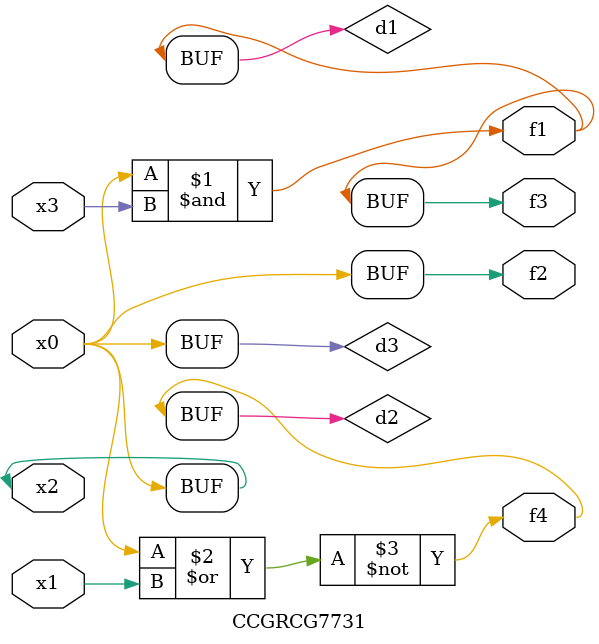
<source format=v>
module CCGRCG7731(
	input x0, x1, x2, x3,
	output f1, f2, f3, f4
);

	wire d1, d2, d3;

	and (d1, x2, x3);
	nor (d2, x0, x1);
	buf (d3, x0, x2);
	assign f1 = d1;
	assign f2 = d3;
	assign f3 = d1;
	assign f4 = d2;
endmodule

</source>
